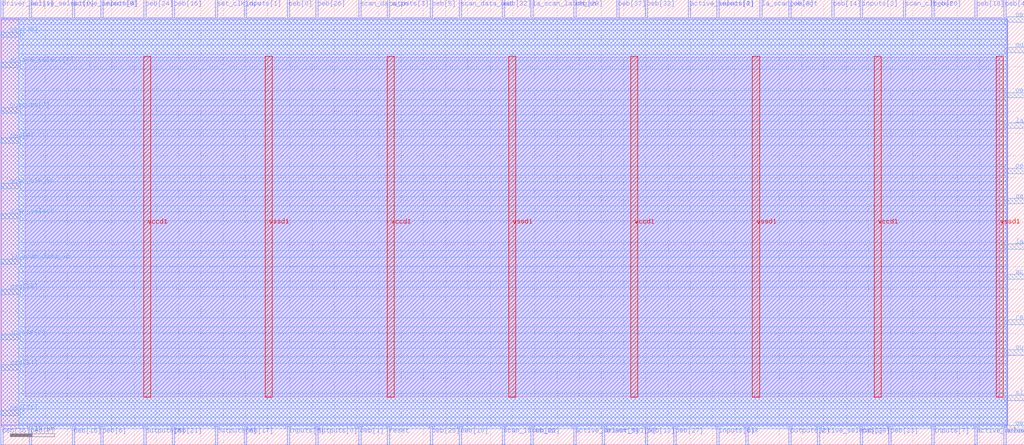
<source format=lef>
VERSION 5.7 ;
  NOWIREEXTENSIONATPIN ON ;
  DIVIDERCHAR "/" ;
  BUSBITCHARS "[]" ;
MACRO scan_controller
  CLASS BLOCK ;
  FOREIGN scan_controller ;
  ORIGIN 0.000 0.000 ;
  SIZE 230.000 BY 100.000 ;
  PIN active_select[0]
    DIRECTION INPUT ;
    USE SIGNAL ;
    PORT
      LAYER met2 ;
        RECT 6.390 96.000 6.950 100.000 ;
    END
  END active_select[0]
  PIN active_select[1]
    DIRECTION INPUT ;
    USE SIGNAL ;
    PORT
      LAYER met2 ;
        RECT 218.910 0.000 219.470 4.000 ;
    END
  END active_select[1]
  PIN active_select[2]
    DIRECTION INPUT ;
    USE SIGNAL ;
    PORT
      LAYER met2 ;
        RECT 225.350 0.000 225.910 4.000 ;
    END
  END active_select[2]
  PIN active_select[3]
    DIRECTION INPUT ;
    USE SIGNAL ;
    PORT
      LAYER met2 ;
        RECT 183.490 0.000 184.050 4.000 ;
    END
  END active_select[3]
  PIN active_select[4]
    DIRECTION INPUT ;
    USE SIGNAL ;
    PORT
      LAYER met2 ;
        RECT 154.510 96.000 155.070 100.000 ;
    END
  END active_select[4]
  PIN active_select[5]
    DIRECTION INPUT ;
    USE SIGNAL ;
    PORT
      LAYER met2 ;
        RECT 128.750 0.000 129.310 4.000 ;
    END
  END active_select[5]
  PIN active_select[6]
    DIRECTION INPUT ;
    USE SIGNAL ;
    PORT
      LAYER met3 ;
        RECT 226.000 37.140 230.000 38.340 ;
    END
  END active_select[6]
  PIN active_select[7]
    DIRECTION INPUT ;
    USE SIGNAL ;
    PORT
      LAYER met3 ;
        RECT 0.000 84.740 4.000 85.940 ;
    END
  END active_select[7]
  PIN active_select[8]
    DIRECTION INPUT ;
    USE SIGNAL ;
    PORT
      LAYER met2 ;
        RECT 16.050 96.000 16.610 100.000 ;
    END
  END active_select[8]
  PIN clk
    DIRECTION INPUT ;
    USE SIGNAL ;
    PORT
      LAYER met2 ;
        RECT 167.390 0.000 167.950 4.000 ;
    END
  END clk
  PIN driver_sel[0]
    DIRECTION INPUT ;
    USE SIGNAL ;
    PORT
      LAYER met2 ;
        RECT 135.190 0.000 135.750 4.000 ;
    END
  END driver_sel[0]
  PIN driver_sel[1]
    DIRECTION INPUT ;
    USE SIGNAL ;
    PORT
      LAYER met2 ;
        RECT -0.050 96.000 0.510 100.000 ;
    END
  END driver_sel[1]
  PIN inputs[0]
    DIRECTION INPUT ;
    USE SIGNAL ;
    PORT
      LAYER met2 ;
        RECT 160.950 0.000 161.510 4.000 ;
    END
  END inputs[0]
  PIN inputs[1]
    DIRECTION INPUT ;
    USE SIGNAL ;
    PORT
      LAYER met2 ;
        RECT 54.690 96.000 55.250 100.000 ;
    END
  END inputs[1]
  PIN inputs[2]
    DIRECTION INPUT ;
    USE SIGNAL ;
    PORT
      LAYER met2 ;
        RECT 160.950 96.000 161.510 100.000 ;
    END
  END inputs[2]
  PIN inputs[3]
    DIRECTION INPUT ;
    USE SIGNAL ;
    PORT
      LAYER met2 ;
        RECT 193.150 96.000 193.710 100.000 ;
    END
  END inputs[3]
  PIN inputs[4]
    DIRECTION INPUT ;
    USE SIGNAL ;
    PORT
      LAYER met2 ;
        RECT 22.490 96.000 23.050 100.000 ;
    END
  END inputs[4]
  PIN inputs[5]
    DIRECTION INPUT ;
    USE SIGNAL ;
    PORT
      LAYER met2 ;
        RECT 64.350 0.000 64.910 4.000 ;
    END
  END inputs[5]
  PIN inputs[6]
    DIRECTION INPUT ;
    USE SIGNAL ;
    PORT
      LAYER met3 ;
        RECT 0.000 23.540 4.000 24.740 ;
    END
  END inputs[6]
  PIN inputs[7]
    DIRECTION INPUT ;
    USE SIGNAL ;
    PORT
      LAYER met2 ;
        RECT 209.250 0.000 209.810 4.000 ;
    END
  END inputs[7]
  PIN la_scan_clk_in
    DIRECTION INPUT ;
    USE SIGNAL ;
    PORT
      LAYER met3 ;
        RECT 226.000 43.940 230.000 45.140 ;
    END
  END la_scan_clk_in
  PIN la_scan_data_in
    DIRECTION INPUT ;
    USE SIGNAL ;
    PORT
      LAYER met3 ;
        RECT 0.000 40.540 4.000 41.740 ;
    END
  END la_scan_data_in
  PIN la_scan_data_out
    DIRECTION OUTPUT TRISTATE ;
    USE SIGNAL ;
    PORT
      LAYER met3 ;
        RECT 226.000 71.140 230.000 72.340 ;
    END
  END la_scan_data_out
  PIN la_scan_latch_en
    DIRECTION INPUT ;
    USE SIGNAL ;
    PORT
      LAYER met2 ;
        RECT 119.090 96.000 119.650 100.000 ;
    END
  END la_scan_latch_en
  PIN la_scan_select
    DIRECTION INPUT ;
    USE SIGNAL ;
    PORT
      LAYER met2 ;
        RECT 170.610 96.000 171.170 100.000 ;
    END
  END la_scan_select
  PIN oeb[0]
    DIRECTION OUTPUT TRISTATE ;
    USE SIGNAL ;
    PORT
      LAYER met2 ;
        RECT 64.350 96.000 64.910 100.000 ;
    END
  END oeb[0]
  PIN oeb[10]
    DIRECTION OUTPUT TRISTATE ;
    USE SIGNAL ;
    PORT
      LAYER met2 ;
        RECT 102.990 0.000 103.550 4.000 ;
    END
  END oeb[10]
  PIN oeb[11]
    DIRECTION OUTPUT TRISTATE ;
    USE SIGNAL ;
    PORT
      LAYER met3 ;
        RECT 226.000 60.940 230.000 62.140 ;
    END
  END oeb[11]
  PIN oeb[12]
    DIRECTION OUTPUT TRISTATE ;
    USE SIGNAL ;
    PORT
      LAYER met3 ;
        RECT 226.000 77.940 230.000 79.140 ;
    END
  END oeb[12]
  PIN oeb[13]
    DIRECTION OUTPUT TRISTATE ;
    USE SIGNAL ;
    PORT
      LAYER met2 ;
        RECT 144.850 0.000 145.410 4.000 ;
    END
  END oeb[13]
  PIN oeb[14]
    DIRECTION OUTPUT TRISTATE ;
    USE SIGNAL ;
    PORT
      LAYER met2 ;
        RECT 186.710 96.000 187.270 100.000 ;
    END
  END oeb[14]
  PIN oeb[15]
    DIRECTION OUTPUT TRISTATE ;
    USE SIGNAL ;
    PORT
      LAYER met2 ;
        RECT 16.050 0.000 16.610 4.000 ;
    END
  END oeb[15]
  PIN oeb[16]
    DIRECTION OUTPUT TRISTATE ;
    USE SIGNAL ;
    PORT
      LAYER met2 ;
        RECT 38.590 96.000 39.150 100.000 ;
    END
  END oeb[16]
  PIN oeb[17]
    DIRECTION OUTPUT TRISTATE ;
    USE SIGNAL ;
    PORT
      LAYER met2 ;
        RECT 54.690 0.000 55.250 4.000 ;
    END
  END oeb[17]
  PIN oeb[18]
    DIRECTION OUTPUT TRISTATE ;
    USE SIGNAL ;
    PORT
      LAYER met2 ;
        RECT 218.910 96.000 219.470 100.000 ;
    END
  END oeb[18]
  PIN oeb[19]
    DIRECTION OUTPUT TRISTATE ;
    USE SIGNAL ;
    PORT
      LAYER met3 ;
        RECT 226.000 54.140 230.000 55.340 ;
    END
  END oeb[19]
  PIN oeb[1]
    DIRECTION OUTPUT TRISTATE ;
    USE SIGNAL ;
    PORT
      LAYER met2 ;
        RECT 80.450 0.000 81.010 4.000 ;
    END
  END oeb[1]
  PIN oeb[20]
    DIRECTION OUTPUT TRISTATE ;
    USE SIGNAL ;
    PORT
      LAYER met2 ;
        RECT 209.250 96.000 209.810 100.000 ;
    END
  END oeb[20]
  PIN oeb[21]
    DIRECTION OUTPUT TRISTATE ;
    USE SIGNAL ;
    PORT
      LAYER met2 ;
        RECT 38.590 0.000 39.150 4.000 ;
    END
  END oeb[21]
  PIN oeb[22]
    DIRECTION OUTPUT TRISTATE ;
    USE SIGNAL ;
    PORT
      LAYER met2 ;
        RECT 119.090 0.000 119.650 4.000 ;
    END
  END oeb[22]
  PIN oeb[23]
    DIRECTION OUTPUT TRISTATE ;
    USE SIGNAL ;
    PORT
      LAYER met2 ;
        RECT 199.590 0.000 200.150 4.000 ;
    END
  END oeb[23]
  PIN oeb[24]
    DIRECTION OUTPUT TRISTATE ;
    USE SIGNAL ;
    PORT
      LAYER met2 ;
        RECT 32.150 96.000 32.710 100.000 ;
    END
  END oeb[24]
  PIN oeb[25]
    DIRECTION OUTPUT TRISTATE ;
    USE SIGNAL ;
    PORT
      LAYER met2 ;
        RECT 96.550 0.000 97.110 4.000 ;
    END
  END oeb[25]
  PIN oeb[26]
    DIRECTION OUTPUT TRISTATE ;
    USE SIGNAL ;
    PORT
      LAYER met2 ;
        RECT 70.790 96.000 71.350 100.000 ;
    END
  END oeb[26]
  PIN oeb[27]
    DIRECTION OUTPUT TRISTATE ;
    USE SIGNAL ;
    PORT
      LAYER met2 ;
        RECT 151.290 0.000 151.850 4.000 ;
    END
  END oeb[27]
  PIN oeb[28]
    DIRECTION OUTPUT TRISTATE ;
    USE SIGNAL ;
    PORT
      LAYER met2 ;
        RECT 128.750 96.000 129.310 100.000 ;
    END
  END oeb[28]
  PIN oeb[29]
    DIRECTION OUTPUT TRISTATE ;
    USE SIGNAL ;
    PORT
      LAYER met2 ;
        RECT 193.150 0.000 193.710 4.000 ;
    END
  END oeb[29]
  PIN oeb[2]
    DIRECTION OUTPUT TRISTATE ;
    USE SIGNAL ;
    PORT
      LAYER met3 ;
        RECT 226.000 3.140 230.000 4.340 ;
    END
  END oeb[2]
  PIN oeb[30]
    DIRECTION OUTPUT TRISTATE ;
    USE SIGNAL ;
    PORT
      LAYER met3 ;
        RECT 0.000 33.740 4.000 34.940 ;
    END
  END oeb[30]
  PIN oeb[31]
    DIRECTION OUTPUT TRISTATE ;
    USE SIGNAL ;
    PORT
      LAYER met3 ;
        RECT 0.000 6.540 4.000 7.740 ;
    END
  END oeb[31]
  PIN oeb[32]
    DIRECTION OUTPUT TRISTATE ;
    USE SIGNAL ;
    PORT
      LAYER met2 ;
        RECT 112.650 96.000 113.210 100.000 ;
    END
  END oeb[32]
  PIN oeb[33]
    DIRECTION OUTPUT TRISTATE ;
    USE SIGNAL ;
    PORT
      LAYER met2 ;
        RECT 144.850 96.000 145.410 100.000 ;
    END
  END oeb[33]
  PIN oeb[34]
    DIRECTION OUTPUT TRISTATE ;
    USE SIGNAL ;
    PORT
      LAYER met3 ;
        RECT 0.000 16.740 4.000 17.940 ;
    END
  END oeb[34]
  PIN oeb[35]
    DIRECTION OUTPUT TRISTATE ;
    USE SIGNAL ;
    PORT
      LAYER met2 ;
        RECT -0.050 0.000 0.510 4.000 ;
    END
  END oeb[35]
  PIN oeb[36]
    DIRECTION OUTPUT TRISTATE ;
    USE SIGNAL ;
    PORT
      LAYER met3 ;
        RECT 0.000 91.540 4.000 92.740 ;
    END
  END oeb[36]
  PIN oeb[37]
    DIRECTION OUTPUT TRISTATE ;
    USE SIGNAL ;
    PORT
      LAYER met2 ;
        RECT 138.410 96.000 138.970 100.000 ;
    END
  END oeb[37]
  PIN oeb[3]
    DIRECTION OUTPUT TRISTATE ;
    USE SIGNAL ;
    PORT
      LAYER met2 ;
        RECT 177.050 96.000 177.610 100.000 ;
    END
  END oeb[3]
  PIN oeb[4]
    DIRECTION OUTPUT TRISTATE ;
    USE SIGNAL ;
    PORT
      LAYER met2 ;
        RECT 225.350 96.000 225.910 100.000 ;
    END
  END oeb[4]
  PIN oeb[5]
    DIRECTION OUTPUT TRISTATE ;
    USE SIGNAL ;
    PORT
      LAYER met2 ;
        RECT 96.550 96.000 97.110 100.000 ;
    END
  END oeb[5]
  PIN oeb[6]
    DIRECTION OUTPUT TRISTATE ;
    USE SIGNAL ;
    PORT
      LAYER met2 ;
        RECT 22.490 0.000 23.050 4.000 ;
    END
  END oeb[6]
  PIN oeb[7]
    DIRECTION OUTPUT TRISTATE ;
    USE SIGNAL ;
    PORT
      LAYER met2 ;
        RECT 6.390 0.000 6.950 4.000 ;
    END
  END oeb[7]
  PIN oeb[8]
    DIRECTION OUTPUT TRISTATE ;
    USE SIGNAL ;
    PORT
      LAYER met3 ;
        RECT 226.000 94.940 230.000 96.140 ;
    END
  END oeb[8]
  PIN oeb[9]
    DIRECTION OUTPUT TRISTATE ;
    USE SIGNAL ;
    PORT
      LAYER met3 ;
        RECT 0.000 67.740 4.000 68.940 ;
    END
  END oeb[9]
  PIN outputs[0]
    DIRECTION OUTPUT TRISTATE ;
    USE SIGNAL ;
    PORT
      LAYER met2 ;
        RECT 70.790 0.000 71.350 4.000 ;
    END
  END outputs[0]
  PIN outputs[1]
    DIRECTION OUTPUT TRISTATE ;
    USE SIGNAL ;
    PORT
      LAYER met3 ;
        RECT 226.000 88.140 230.000 89.340 ;
    END
  END outputs[1]
  PIN outputs[2]
    DIRECTION OUTPUT TRISTATE ;
    USE SIGNAL ;
    PORT
      LAYER met2 ;
        RECT 177.050 0.000 177.610 4.000 ;
    END
  END outputs[2]
  PIN outputs[3]
    DIRECTION OUTPUT TRISTATE ;
    USE SIGNAL ;
    PORT
      LAYER met2 ;
        RECT 86.890 96.000 87.450 100.000 ;
    END
  END outputs[3]
  PIN outputs[4]
    DIRECTION OUTPUT TRISTATE ;
    USE SIGNAL ;
    PORT
      LAYER met3 ;
        RECT 226.000 20.140 230.000 21.340 ;
    END
  END outputs[4]
  PIN outputs[5]
    DIRECTION OUTPUT TRISTATE ;
    USE SIGNAL ;
    PORT
      LAYER met2 ;
        RECT 32.150 0.000 32.710 4.000 ;
    END
  END outputs[5]
  PIN outputs[6]
    DIRECTION OUTPUT TRISTATE ;
    USE SIGNAL ;
    PORT
      LAYER met2 ;
        RECT 48.250 0.000 48.810 4.000 ;
    END
  END outputs[6]
  PIN outputs[7]
    DIRECTION OUTPUT TRISTATE ;
    USE SIGNAL ;
    PORT
      LAYER met3 ;
        RECT 0.000 74.540 4.000 75.740 ;
    END
  END outputs[7]
  PIN ready
    DIRECTION OUTPUT TRISTATE ;
    USE SIGNAL ;
    PORT
      LAYER met3 ;
        RECT 226.000 26.940 230.000 28.140 ;
    END
  END ready
  PIN reset
    DIRECTION INPUT ;
    USE SIGNAL ;
    PORT
      LAYER met2 ;
        RECT 86.890 0.000 87.450 4.000 ;
    END
  END reset
  PIN scan_clk_in
    DIRECTION INPUT ;
    USE SIGNAL ;
    PORT
      LAYER met3 ;
        RECT 0.000 57.540 4.000 58.740 ;
    END
  END scan_clk_in
  PIN scan_clk_out
    DIRECTION OUTPUT TRISTATE ;
    USE SIGNAL ;
    PORT
      LAYER met2 ;
        RECT 202.810 96.000 203.370 100.000 ;
    END
  END scan_clk_out
  PIN scan_data_in
    DIRECTION INPUT ;
    USE SIGNAL ;
    PORT
      LAYER met2 ;
        RECT 80.450 96.000 81.010 100.000 ;
    END
  END scan_data_in
  PIN scan_data_out
    DIRECTION OUTPUT TRISTATE ;
    USE SIGNAL ;
    PORT
      LAYER met2 ;
        RECT 102.990 96.000 103.550 100.000 ;
    END
  END scan_data_out
  PIN scan_latch_en
    DIRECTION OUTPUT TRISTATE ;
    USE SIGNAL ;
    PORT
      LAYER met2 ;
        RECT 112.650 0.000 113.210 4.000 ;
    END
  END scan_latch_en
  PIN scan_select
    DIRECTION OUTPUT TRISTATE ;
    USE SIGNAL ;
    PORT
      LAYER met3 ;
        RECT 0.000 50.740 4.000 51.940 ;
    END
  END scan_select
  PIN set_clk_div
    DIRECTION INPUT ;
    USE SIGNAL ;
    PORT
      LAYER met2 ;
        RECT 48.250 96.000 48.810 100.000 ;
    END
  END set_clk_div
  PIN slow_clk
    DIRECTION OUTPUT TRISTATE ;
    USE SIGNAL ;
    PORT
      LAYER met3 ;
        RECT 226.000 9.940 230.000 11.140 ;
    END
  END slow_clk
  PIN vccd1
    DIRECTION INOUT ;
    USE POWER ;
    PORT
      LAYER met4 ;
        RECT 32.085 10.640 33.685 87.280 ;
    END
    PORT
      LAYER met4 ;
        RECT 86.820 10.640 88.420 87.280 ;
    END
    PORT
      LAYER met4 ;
        RECT 141.555 10.640 143.155 87.280 ;
    END
    PORT
      LAYER met4 ;
        RECT 196.290 10.640 197.890 87.280 ;
    END
  END vccd1
  PIN vssd1
    DIRECTION INOUT ;
    USE GROUND ;
    PORT
      LAYER met4 ;
        RECT 59.450 10.640 61.050 87.280 ;
    END
    PORT
      LAYER met4 ;
        RECT 114.185 10.640 115.785 87.280 ;
    END
    PORT
      LAYER met4 ;
        RECT 168.920 10.640 170.520 87.280 ;
    END
    PORT
      LAYER met4 ;
        RECT 223.655 10.640 225.255 87.280 ;
    END
  END vssd1
  OBS
      LAYER li1 ;
        RECT 5.520 10.795 224.480 87.125 ;
      LAYER met1 ;
        RECT 0.070 4.460 226.250 95.500 ;
      LAYER met2 ;
        RECT 0.790 95.720 6.110 96.000 ;
        RECT 7.230 95.720 15.770 96.000 ;
        RECT 16.890 95.720 22.210 96.000 ;
        RECT 23.330 95.720 31.870 96.000 ;
        RECT 32.990 95.720 38.310 96.000 ;
        RECT 39.430 95.720 47.970 96.000 ;
        RECT 49.090 95.720 54.410 96.000 ;
        RECT 55.530 95.720 64.070 96.000 ;
        RECT 65.190 95.720 70.510 96.000 ;
        RECT 71.630 95.720 80.170 96.000 ;
        RECT 81.290 95.720 86.610 96.000 ;
        RECT 87.730 95.720 96.270 96.000 ;
        RECT 97.390 95.720 102.710 96.000 ;
        RECT 103.830 95.720 112.370 96.000 ;
        RECT 113.490 95.720 118.810 96.000 ;
        RECT 119.930 95.720 128.470 96.000 ;
        RECT 129.590 95.720 138.130 96.000 ;
        RECT 139.250 95.720 144.570 96.000 ;
        RECT 145.690 95.720 154.230 96.000 ;
        RECT 155.350 95.720 160.670 96.000 ;
        RECT 161.790 95.720 170.330 96.000 ;
        RECT 171.450 95.720 176.770 96.000 ;
        RECT 177.890 95.720 186.430 96.000 ;
        RECT 187.550 95.720 192.870 96.000 ;
        RECT 193.990 95.720 202.530 96.000 ;
        RECT 203.650 95.720 208.970 96.000 ;
        RECT 210.090 95.720 218.630 96.000 ;
        RECT 219.750 95.720 225.070 96.000 ;
        RECT 226.190 95.720 226.220 96.000 ;
        RECT 0.100 4.280 226.220 95.720 ;
        RECT 0.790 3.555 6.110 4.280 ;
        RECT 7.230 3.555 15.770 4.280 ;
        RECT 16.890 3.555 22.210 4.280 ;
        RECT 23.330 3.555 31.870 4.280 ;
        RECT 32.990 3.555 38.310 4.280 ;
        RECT 39.430 3.555 47.970 4.280 ;
        RECT 49.090 3.555 54.410 4.280 ;
        RECT 55.530 3.555 64.070 4.280 ;
        RECT 65.190 3.555 70.510 4.280 ;
        RECT 71.630 3.555 80.170 4.280 ;
        RECT 81.290 3.555 86.610 4.280 ;
        RECT 87.730 3.555 96.270 4.280 ;
        RECT 97.390 3.555 102.710 4.280 ;
        RECT 103.830 3.555 112.370 4.280 ;
        RECT 113.490 3.555 118.810 4.280 ;
        RECT 119.930 3.555 128.470 4.280 ;
        RECT 129.590 3.555 134.910 4.280 ;
        RECT 136.030 3.555 144.570 4.280 ;
        RECT 145.690 3.555 151.010 4.280 ;
        RECT 152.130 3.555 160.670 4.280 ;
        RECT 161.790 3.555 167.110 4.280 ;
        RECT 168.230 3.555 176.770 4.280 ;
        RECT 177.890 3.555 183.210 4.280 ;
        RECT 184.330 3.555 192.870 4.280 ;
        RECT 193.990 3.555 199.310 4.280 ;
        RECT 200.430 3.555 208.970 4.280 ;
        RECT 210.090 3.555 218.630 4.280 ;
        RECT 219.750 3.555 225.070 4.280 ;
        RECT 226.190 3.555 226.220 4.280 ;
      LAYER met3 ;
        RECT 4.000 94.540 225.600 95.705 ;
        RECT 4.000 93.140 226.010 94.540 ;
        RECT 4.400 91.140 226.010 93.140 ;
        RECT 4.000 89.740 226.010 91.140 ;
        RECT 4.000 87.740 225.600 89.740 ;
        RECT 4.000 86.340 226.010 87.740 ;
        RECT 4.400 84.340 226.010 86.340 ;
        RECT 4.000 79.540 226.010 84.340 ;
        RECT 4.000 77.540 225.600 79.540 ;
        RECT 4.000 76.140 226.010 77.540 ;
        RECT 4.400 74.140 226.010 76.140 ;
        RECT 4.000 72.740 226.010 74.140 ;
        RECT 4.000 70.740 225.600 72.740 ;
        RECT 4.000 69.340 226.010 70.740 ;
        RECT 4.400 67.340 226.010 69.340 ;
        RECT 4.000 62.540 226.010 67.340 ;
        RECT 4.000 60.540 225.600 62.540 ;
        RECT 4.000 59.140 226.010 60.540 ;
        RECT 4.400 57.140 226.010 59.140 ;
        RECT 4.000 55.740 226.010 57.140 ;
        RECT 4.000 53.740 225.600 55.740 ;
        RECT 4.000 52.340 226.010 53.740 ;
        RECT 4.400 50.340 226.010 52.340 ;
        RECT 4.000 45.540 226.010 50.340 ;
        RECT 4.000 43.540 225.600 45.540 ;
        RECT 4.000 42.140 226.010 43.540 ;
        RECT 4.400 40.140 226.010 42.140 ;
        RECT 4.000 38.740 226.010 40.140 ;
        RECT 4.000 36.740 225.600 38.740 ;
        RECT 4.000 35.340 226.010 36.740 ;
        RECT 4.400 33.340 226.010 35.340 ;
        RECT 4.000 28.540 226.010 33.340 ;
        RECT 4.000 26.540 225.600 28.540 ;
        RECT 4.000 25.140 226.010 26.540 ;
        RECT 4.400 23.140 226.010 25.140 ;
        RECT 4.000 21.740 226.010 23.140 ;
        RECT 4.000 19.740 225.600 21.740 ;
        RECT 4.000 18.340 226.010 19.740 ;
        RECT 4.400 16.340 226.010 18.340 ;
        RECT 4.000 11.540 226.010 16.340 ;
        RECT 4.000 9.540 225.600 11.540 ;
        RECT 4.000 8.140 226.010 9.540 ;
        RECT 4.400 6.140 226.010 8.140 ;
        RECT 4.000 4.740 226.010 6.140 ;
        RECT 4.000 3.575 225.600 4.740 ;
  END
END scan_controller
END LIBRARY


</source>
